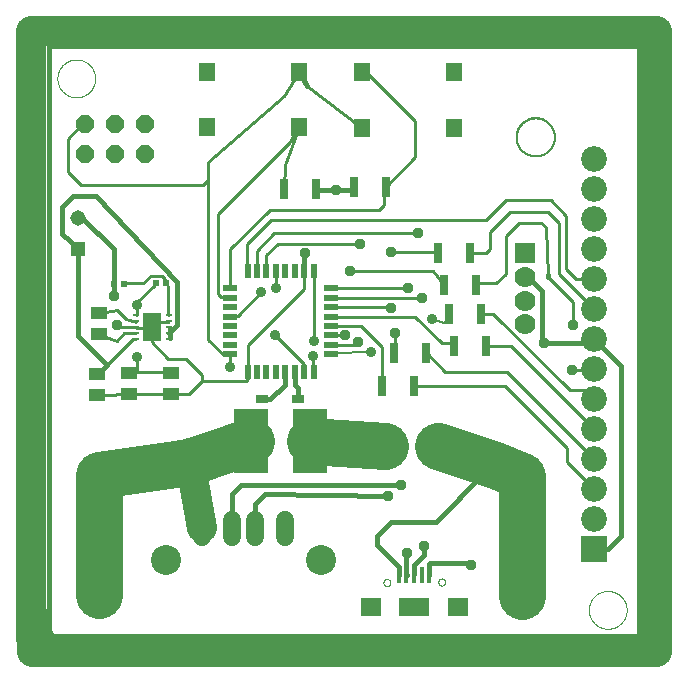
<source format=gtl>
G75*
%MOIN*%
%OFA0B0*%
%FSLAX25Y25*%
%IPPOS*%
%LPD*%
%AMOC8*
5,1,8,0,0,1.08239X$1,22.5*
%
%ADD10C,0.01600*%
%ADD11C,0.00000*%
%ADD12C,0.10000*%
%ADD13R,0.05700X0.04400*%
%ADD14C,0.08600*%
%ADD15R,0.08600X0.08600*%
%ADD16C,0.00500*%
%ADD17R,0.07000X0.07000*%
%ADD18C,0.07000*%
%ADD19R,0.11811X0.07008*%
%ADD20R,0.05512X0.06299*%
%ADD21R,0.04331X0.02756*%
%ADD22R,0.11811X0.21260*%
%ADD23R,0.03150X0.07087*%
%ADD24R,0.02200X0.02400*%
%ADD25R,0.02362X0.00945*%
%ADD26R,0.06496X0.09449*%
%ADD27R,0.02200X0.05000*%
%ADD28R,0.05000X0.02200*%
%ADD29R,0.01575X0.05709*%
%ADD30R,0.07087X0.05906*%
%ADD31R,0.09843X0.05906*%
%ADD32C,0.05937*%
%ADD33C,0.10000*%
%ADD34OC8,0.06000*%
%ADD35R,0.07800X0.07800*%
%ADD36R,0.05150X0.05150*%
%ADD37C,0.05150*%
%ADD38C,0.01000*%
%ADD39C,0.03600*%
%ADD40OC8,0.03562*%
%ADD41C,0.00600*%
%ADD42C,0.03562*%
%ADD43C,0.15748*%
D10*
X0123337Y0016382D02*
X0123337Y0213232D01*
X0320187Y0213232D01*
X0320187Y0016382D01*
X0123337Y0016382D01*
X0184360Y0052287D02*
X0184360Y0063626D01*
X0187510Y0066776D01*
X0240659Y0066776D01*
X0236565Y0063114D02*
X0195384Y0063626D01*
X0192274Y0060516D01*
X0192274Y0052287D01*
X0184400Y0052287D02*
X0184360Y0052287D01*
X0232785Y0049846D02*
X0232785Y0046697D01*
X0240030Y0039453D01*
X0240030Y0036874D01*
X0242589Y0036874D02*
X0242589Y0043902D01*
X0242628Y0043941D01*
X0245187Y0040240D02*
X0245187Y0036953D01*
X0242628Y0036913D02*
X0242589Y0036874D01*
X0245187Y0040240D02*
X0248533Y0043547D01*
X0248533Y0046303D01*
X0250502Y0040791D02*
X0250266Y0040555D01*
X0250266Y0036874D01*
X0250502Y0040791D02*
X0263494Y0040791D01*
X0264281Y0040004D01*
X0252470Y0054571D02*
X0268219Y0070319D01*
X0269025Y0070319D01*
X0272117Y0073411D01*
X0252470Y0054571D02*
X0237510Y0054571D01*
X0232785Y0049846D01*
X0206604Y0095358D02*
X0206604Y0099256D01*
X0205620Y0100240D01*
X0205620Y0104206D01*
X0205384Y0104443D01*
X0202234Y0104443D02*
X0202077Y0104285D01*
X0202077Y0100240D01*
X0197195Y0095358D01*
X0194400Y0095358D01*
X0163691Y0115791D02*
X0163691Y0117268D01*
X0163415Y0117406D02*
X0166152Y0120142D01*
X0166152Y0134492D01*
X0139242Y0162976D01*
X0131368Y0162976D01*
X0127884Y0159295D01*
X0127884Y0150437D01*
X0133179Y0145811D01*
X0133179Y0145555D02*
X0133179Y0116283D01*
X0142776Y0106687D01*
X0140069Y0103980D01*
X0139596Y0103711D01*
X0163691Y0117760D02*
X0163691Y0119236D01*
X0144990Y0129768D02*
X0144990Y0133819D01*
X0144990Y0134000D02*
X0144990Y0145319D01*
X0134518Y0155791D01*
X0133179Y0155791D01*
X0189478Y0138400D02*
X0189636Y0138243D01*
X0208533Y0138243D02*
X0208533Y0143705D01*
X0208770Y0143941D01*
X0212077Y0165201D02*
X0212392Y0165319D01*
X0212077Y0165201D02*
X0219006Y0165201D01*
X0224518Y0165201D01*
X0225030Y0166106D01*
X0235148Y0165791D02*
X0235659Y0166106D01*
X0252746Y0144335D02*
X0253219Y0144217D01*
X0265463Y0133705D02*
X0265856Y0134098D01*
X0265856Y0133587D02*
X0265463Y0133705D01*
X0282195Y0136067D02*
X0283179Y0136067D01*
X0287904Y0131343D01*
X0287904Y0114413D01*
X0288297Y0114020D01*
X0301250Y0114020D01*
X0302746Y0115516D01*
X0305108Y0115516D01*
X0314281Y0106343D01*
X0314281Y0049846D01*
X0309951Y0045516D01*
X0305108Y0045516D01*
X0304557Y0104965D02*
X0305108Y0105516D01*
X0289872Y0136067D02*
X0289872Y0136894D01*
X0258140Y0114020D02*
X0258455Y0113114D01*
X0249439Y0110752D02*
X0249045Y0110752D01*
X0238691Y0111067D02*
X0238415Y0110752D01*
X0209478Y0199689D02*
X0206722Y0204492D01*
D11*
X0126250Y0202287D02*
X0126252Y0202445D01*
X0126258Y0202603D01*
X0126268Y0202761D01*
X0126282Y0202919D01*
X0126300Y0203076D01*
X0126321Y0203233D01*
X0126347Y0203389D01*
X0126377Y0203545D01*
X0126410Y0203700D01*
X0126448Y0203853D01*
X0126489Y0204006D01*
X0126534Y0204158D01*
X0126583Y0204309D01*
X0126636Y0204458D01*
X0126692Y0204606D01*
X0126752Y0204752D01*
X0126816Y0204897D01*
X0126884Y0205040D01*
X0126955Y0205182D01*
X0127029Y0205322D01*
X0127107Y0205459D01*
X0127189Y0205595D01*
X0127273Y0205729D01*
X0127362Y0205860D01*
X0127453Y0205989D01*
X0127548Y0206116D01*
X0127645Y0206241D01*
X0127746Y0206363D01*
X0127850Y0206482D01*
X0127957Y0206599D01*
X0128067Y0206713D01*
X0128180Y0206824D01*
X0128295Y0206933D01*
X0128413Y0207038D01*
X0128534Y0207140D01*
X0128657Y0207240D01*
X0128783Y0207336D01*
X0128911Y0207429D01*
X0129041Y0207519D01*
X0129174Y0207605D01*
X0129309Y0207689D01*
X0129445Y0207768D01*
X0129584Y0207845D01*
X0129725Y0207917D01*
X0129867Y0207987D01*
X0130011Y0208052D01*
X0130157Y0208114D01*
X0130304Y0208172D01*
X0130453Y0208227D01*
X0130603Y0208278D01*
X0130754Y0208325D01*
X0130906Y0208368D01*
X0131059Y0208407D01*
X0131214Y0208443D01*
X0131369Y0208474D01*
X0131525Y0208502D01*
X0131681Y0208526D01*
X0131838Y0208546D01*
X0131996Y0208562D01*
X0132153Y0208574D01*
X0132312Y0208582D01*
X0132470Y0208586D01*
X0132628Y0208586D01*
X0132786Y0208582D01*
X0132945Y0208574D01*
X0133102Y0208562D01*
X0133260Y0208546D01*
X0133417Y0208526D01*
X0133573Y0208502D01*
X0133729Y0208474D01*
X0133884Y0208443D01*
X0134039Y0208407D01*
X0134192Y0208368D01*
X0134344Y0208325D01*
X0134495Y0208278D01*
X0134645Y0208227D01*
X0134794Y0208172D01*
X0134941Y0208114D01*
X0135087Y0208052D01*
X0135231Y0207987D01*
X0135373Y0207917D01*
X0135514Y0207845D01*
X0135653Y0207768D01*
X0135789Y0207689D01*
X0135924Y0207605D01*
X0136057Y0207519D01*
X0136187Y0207429D01*
X0136315Y0207336D01*
X0136441Y0207240D01*
X0136564Y0207140D01*
X0136685Y0207038D01*
X0136803Y0206933D01*
X0136918Y0206824D01*
X0137031Y0206713D01*
X0137141Y0206599D01*
X0137248Y0206482D01*
X0137352Y0206363D01*
X0137453Y0206241D01*
X0137550Y0206116D01*
X0137645Y0205989D01*
X0137736Y0205860D01*
X0137825Y0205729D01*
X0137909Y0205595D01*
X0137991Y0205459D01*
X0138069Y0205322D01*
X0138143Y0205182D01*
X0138214Y0205040D01*
X0138282Y0204897D01*
X0138346Y0204752D01*
X0138406Y0204606D01*
X0138462Y0204458D01*
X0138515Y0204309D01*
X0138564Y0204158D01*
X0138609Y0204006D01*
X0138650Y0203853D01*
X0138688Y0203700D01*
X0138721Y0203545D01*
X0138751Y0203389D01*
X0138777Y0203233D01*
X0138798Y0203076D01*
X0138816Y0202919D01*
X0138830Y0202761D01*
X0138840Y0202603D01*
X0138846Y0202445D01*
X0138848Y0202287D01*
X0138846Y0202129D01*
X0138840Y0201971D01*
X0138830Y0201813D01*
X0138816Y0201655D01*
X0138798Y0201498D01*
X0138777Y0201341D01*
X0138751Y0201185D01*
X0138721Y0201029D01*
X0138688Y0200874D01*
X0138650Y0200721D01*
X0138609Y0200568D01*
X0138564Y0200416D01*
X0138515Y0200265D01*
X0138462Y0200116D01*
X0138406Y0199968D01*
X0138346Y0199822D01*
X0138282Y0199677D01*
X0138214Y0199534D01*
X0138143Y0199392D01*
X0138069Y0199252D01*
X0137991Y0199115D01*
X0137909Y0198979D01*
X0137825Y0198845D01*
X0137736Y0198714D01*
X0137645Y0198585D01*
X0137550Y0198458D01*
X0137453Y0198333D01*
X0137352Y0198211D01*
X0137248Y0198092D01*
X0137141Y0197975D01*
X0137031Y0197861D01*
X0136918Y0197750D01*
X0136803Y0197641D01*
X0136685Y0197536D01*
X0136564Y0197434D01*
X0136441Y0197334D01*
X0136315Y0197238D01*
X0136187Y0197145D01*
X0136057Y0197055D01*
X0135924Y0196969D01*
X0135789Y0196885D01*
X0135653Y0196806D01*
X0135514Y0196729D01*
X0135373Y0196657D01*
X0135231Y0196587D01*
X0135087Y0196522D01*
X0134941Y0196460D01*
X0134794Y0196402D01*
X0134645Y0196347D01*
X0134495Y0196296D01*
X0134344Y0196249D01*
X0134192Y0196206D01*
X0134039Y0196167D01*
X0133884Y0196131D01*
X0133729Y0196100D01*
X0133573Y0196072D01*
X0133417Y0196048D01*
X0133260Y0196028D01*
X0133102Y0196012D01*
X0132945Y0196000D01*
X0132786Y0195992D01*
X0132628Y0195988D01*
X0132470Y0195988D01*
X0132312Y0195992D01*
X0132153Y0196000D01*
X0131996Y0196012D01*
X0131838Y0196028D01*
X0131681Y0196048D01*
X0131525Y0196072D01*
X0131369Y0196100D01*
X0131214Y0196131D01*
X0131059Y0196167D01*
X0130906Y0196206D01*
X0130754Y0196249D01*
X0130603Y0196296D01*
X0130453Y0196347D01*
X0130304Y0196402D01*
X0130157Y0196460D01*
X0130011Y0196522D01*
X0129867Y0196587D01*
X0129725Y0196657D01*
X0129584Y0196729D01*
X0129445Y0196806D01*
X0129309Y0196885D01*
X0129174Y0196969D01*
X0129041Y0197055D01*
X0128911Y0197145D01*
X0128783Y0197238D01*
X0128657Y0197334D01*
X0128534Y0197434D01*
X0128413Y0197536D01*
X0128295Y0197641D01*
X0128180Y0197750D01*
X0128067Y0197861D01*
X0127957Y0197975D01*
X0127850Y0198092D01*
X0127746Y0198211D01*
X0127645Y0198333D01*
X0127548Y0198458D01*
X0127453Y0198585D01*
X0127362Y0198714D01*
X0127273Y0198845D01*
X0127189Y0198979D01*
X0127107Y0199115D01*
X0127029Y0199252D01*
X0126955Y0199392D01*
X0126884Y0199534D01*
X0126816Y0199677D01*
X0126752Y0199822D01*
X0126692Y0199968D01*
X0126636Y0200116D01*
X0126583Y0200265D01*
X0126534Y0200416D01*
X0126489Y0200568D01*
X0126448Y0200721D01*
X0126410Y0200874D01*
X0126377Y0201029D01*
X0126347Y0201185D01*
X0126321Y0201341D01*
X0126300Y0201498D01*
X0126282Y0201655D01*
X0126268Y0201813D01*
X0126258Y0201971D01*
X0126252Y0202129D01*
X0126250Y0202287D01*
X0279360Y0182642D02*
X0279362Y0182800D01*
X0279368Y0182958D01*
X0279378Y0183116D01*
X0279392Y0183274D01*
X0279410Y0183431D01*
X0279431Y0183588D01*
X0279457Y0183744D01*
X0279487Y0183900D01*
X0279520Y0184055D01*
X0279558Y0184208D01*
X0279599Y0184361D01*
X0279644Y0184513D01*
X0279693Y0184664D01*
X0279746Y0184813D01*
X0279802Y0184961D01*
X0279862Y0185107D01*
X0279926Y0185252D01*
X0279994Y0185395D01*
X0280065Y0185537D01*
X0280139Y0185677D01*
X0280217Y0185814D01*
X0280299Y0185950D01*
X0280383Y0186084D01*
X0280472Y0186215D01*
X0280563Y0186344D01*
X0280658Y0186471D01*
X0280755Y0186596D01*
X0280856Y0186718D01*
X0280960Y0186837D01*
X0281067Y0186954D01*
X0281177Y0187068D01*
X0281290Y0187179D01*
X0281405Y0187288D01*
X0281523Y0187393D01*
X0281644Y0187495D01*
X0281767Y0187595D01*
X0281893Y0187691D01*
X0282021Y0187784D01*
X0282151Y0187874D01*
X0282284Y0187960D01*
X0282419Y0188044D01*
X0282555Y0188123D01*
X0282694Y0188200D01*
X0282835Y0188272D01*
X0282977Y0188342D01*
X0283121Y0188407D01*
X0283267Y0188469D01*
X0283414Y0188527D01*
X0283563Y0188582D01*
X0283713Y0188633D01*
X0283864Y0188680D01*
X0284016Y0188723D01*
X0284169Y0188762D01*
X0284324Y0188798D01*
X0284479Y0188829D01*
X0284635Y0188857D01*
X0284791Y0188881D01*
X0284948Y0188901D01*
X0285106Y0188917D01*
X0285263Y0188929D01*
X0285422Y0188937D01*
X0285580Y0188941D01*
X0285738Y0188941D01*
X0285896Y0188937D01*
X0286055Y0188929D01*
X0286212Y0188917D01*
X0286370Y0188901D01*
X0286527Y0188881D01*
X0286683Y0188857D01*
X0286839Y0188829D01*
X0286994Y0188798D01*
X0287149Y0188762D01*
X0287302Y0188723D01*
X0287454Y0188680D01*
X0287605Y0188633D01*
X0287755Y0188582D01*
X0287904Y0188527D01*
X0288051Y0188469D01*
X0288197Y0188407D01*
X0288341Y0188342D01*
X0288483Y0188272D01*
X0288624Y0188200D01*
X0288763Y0188123D01*
X0288899Y0188044D01*
X0289034Y0187960D01*
X0289167Y0187874D01*
X0289297Y0187784D01*
X0289425Y0187691D01*
X0289551Y0187595D01*
X0289674Y0187495D01*
X0289795Y0187393D01*
X0289913Y0187288D01*
X0290028Y0187179D01*
X0290141Y0187068D01*
X0290251Y0186954D01*
X0290358Y0186837D01*
X0290462Y0186718D01*
X0290563Y0186596D01*
X0290660Y0186471D01*
X0290755Y0186344D01*
X0290846Y0186215D01*
X0290935Y0186084D01*
X0291019Y0185950D01*
X0291101Y0185814D01*
X0291179Y0185677D01*
X0291253Y0185537D01*
X0291324Y0185395D01*
X0291392Y0185252D01*
X0291456Y0185107D01*
X0291516Y0184961D01*
X0291572Y0184813D01*
X0291625Y0184664D01*
X0291674Y0184513D01*
X0291719Y0184361D01*
X0291760Y0184208D01*
X0291798Y0184055D01*
X0291831Y0183900D01*
X0291861Y0183744D01*
X0291887Y0183588D01*
X0291908Y0183431D01*
X0291926Y0183274D01*
X0291940Y0183116D01*
X0291950Y0182958D01*
X0291956Y0182800D01*
X0291958Y0182642D01*
X0291956Y0182484D01*
X0291950Y0182326D01*
X0291940Y0182168D01*
X0291926Y0182010D01*
X0291908Y0181853D01*
X0291887Y0181696D01*
X0291861Y0181540D01*
X0291831Y0181384D01*
X0291798Y0181229D01*
X0291760Y0181076D01*
X0291719Y0180923D01*
X0291674Y0180771D01*
X0291625Y0180620D01*
X0291572Y0180471D01*
X0291516Y0180323D01*
X0291456Y0180177D01*
X0291392Y0180032D01*
X0291324Y0179889D01*
X0291253Y0179747D01*
X0291179Y0179607D01*
X0291101Y0179470D01*
X0291019Y0179334D01*
X0290935Y0179200D01*
X0290846Y0179069D01*
X0290755Y0178940D01*
X0290660Y0178813D01*
X0290563Y0178688D01*
X0290462Y0178566D01*
X0290358Y0178447D01*
X0290251Y0178330D01*
X0290141Y0178216D01*
X0290028Y0178105D01*
X0289913Y0177996D01*
X0289795Y0177891D01*
X0289674Y0177789D01*
X0289551Y0177689D01*
X0289425Y0177593D01*
X0289297Y0177500D01*
X0289167Y0177410D01*
X0289034Y0177324D01*
X0288899Y0177240D01*
X0288763Y0177161D01*
X0288624Y0177084D01*
X0288483Y0177012D01*
X0288341Y0176942D01*
X0288197Y0176877D01*
X0288051Y0176815D01*
X0287904Y0176757D01*
X0287755Y0176702D01*
X0287605Y0176651D01*
X0287454Y0176604D01*
X0287302Y0176561D01*
X0287149Y0176522D01*
X0286994Y0176486D01*
X0286839Y0176455D01*
X0286683Y0176427D01*
X0286527Y0176403D01*
X0286370Y0176383D01*
X0286212Y0176367D01*
X0286055Y0176355D01*
X0285896Y0176347D01*
X0285738Y0176343D01*
X0285580Y0176343D01*
X0285422Y0176347D01*
X0285263Y0176355D01*
X0285106Y0176367D01*
X0284948Y0176383D01*
X0284791Y0176403D01*
X0284635Y0176427D01*
X0284479Y0176455D01*
X0284324Y0176486D01*
X0284169Y0176522D01*
X0284016Y0176561D01*
X0283864Y0176604D01*
X0283713Y0176651D01*
X0283563Y0176702D01*
X0283414Y0176757D01*
X0283267Y0176815D01*
X0283121Y0176877D01*
X0282977Y0176942D01*
X0282835Y0177012D01*
X0282694Y0177084D01*
X0282555Y0177161D01*
X0282419Y0177240D01*
X0282284Y0177324D01*
X0282151Y0177410D01*
X0282021Y0177500D01*
X0281893Y0177593D01*
X0281767Y0177689D01*
X0281644Y0177789D01*
X0281523Y0177891D01*
X0281405Y0177996D01*
X0281290Y0178105D01*
X0281177Y0178216D01*
X0281067Y0178330D01*
X0280960Y0178447D01*
X0280856Y0178566D01*
X0280755Y0178688D01*
X0280658Y0178813D01*
X0280563Y0178940D01*
X0280472Y0179069D01*
X0280383Y0179200D01*
X0280299Y0179334D01*
X0280217Y0179470D01*
X0280139Y0179607D01*
X0280065Y0179747D01*
X0279994Y0179889D01*
X0279926Y0180032D01*
X0279862Y0180177D01*
X0279802Y0180323D01*
X0279746Y0180471D01*
X0279693Y0180620D01*
X0279644Y0180771D01*
X0279599Y0180923D01*
X0279558Y0181076D01*
X0279520Y0181229D01*
X0279487Y0181384D01*
X0279457Y0181540D01*
X0279431Y0181696D01*
X0279410Y0181853D01*
X0279392Y0182010D01*
X0279378Y0182168D01*
X0279368Y0182326D01*
X0279362Y0182484D01*
X0279360Y0182642D01*
X0253219Y0034413D02*
X0253221Y0034482D01*
X0253227Y0034550D01*
X0253237Y0034618D01*
X0253251Y0034685D01*
X0253269Y0034752D01*
X0253290Y0034817D01*
X0253316Y0034881D01*
X0253345Y0034943D01*
X0253377Y0035003D01*
X0253413Y0035062D01*
X0253453Y0035118D01*
X0253495Y0035172D01*
X0253541Y0035223D01*
X0253590Y0035272D01*
X0253641Y0035318D01*
X0253695Y0035360D01*
X0253751Y0035400D01*
X0253809Y0035436D01*
X0253870Y0035468D01*
X0253932Y0035497D01*
X0253996Y0035523D01*
X0254061Y0035544D01*
X0254128Y0035562D01*
X0254195Y0035576D01*
X0254263Y0035586D01*
X0254331Y0035592D01*
X0254400Y0035594D01*
X0254469Y0035592D01*
X0254537Y0035586D01*
X0254605Y0035576D01*
X0254672Y0035562D01*
X0254739Y0035544D01*
X0254804Y0035523D01*
X0254868Y0035497D01*
X0254930Y0035468D01*
X0254990Y0035436D01*
X0255049Y0035400D01*
X0255105Y0035360D01*
X0255159Y0035318D01*
X0255210Y0035272D01*
X0255259Y0035223D01*
X0255305Y0035172D01*
X0255347Y0035118D01*
X0255387Y0035062D01*
X0255423Y0035003D01*
X0255455Y0034943D01*
X0255484Y0034881D01*
X0255510Y0034817D01*
X0255531Y0034752D01*
X0255549Y0034685D01*
X0255563Y0034618D01*
X0255573Y0034550D01*
X0255579Y0034482D01*
X0255581Y0034413D01*
X0255579Y0034344D01*
X0255573Y0034276D01*
X0255563Y0034208D01*
X0255549Y0034141D01*
X0255531Y0034074D01*
X0255510Y0034009D01*
X0255484Y0033945D01*
X0255455Y0033883D01*
X0255423Y0033822D01*
X0255387Y0033764D01*
X0255347Y0033708D01*
X0255305Y0033654D01*
X0255259Y0033603D01*
X0255210Y0033554D01*
X0255159Y0033508D01*
X0255105Y0033466D01*
X0255049Y0033426D01*
X0254991Y0033390D01*
X0254930Y0033358D01*
X0254868Y0033329D01*
X0254804Y0033303D01*
X0254739Y0033282D01*
X0254672Y0033264D01*
X0254605Y0033250D01*
X0254537Y0033240D01*
X0254469Y0033234D01*
X0254400Y0033232D01*
X0254331Y0033234D01*
X0254263Y0033240D01*
X0254195Y0033250D01*
X0254128Y0033264D01*
X0254061Y0033282D01*
X0253996Y0033303D01*
X0253932Y0033329D01*
X0253870Y0033358D01*
X0253809Y0033390D01*
X0253751Y0033426D01*
X0253695Y0033466D01*
X0253641Y0033508D01*
X0253590Y0033554D01*
X0253541Y0033603D01*
X0253495Y0033654D01*
X0253453Y0033708D01*
X0253413Y0033764D01*
X0253377Y0033822D01*
X0253345Y0033883D01*
X0253316Y0033945D01*
X0253290Y0034009D01*
X0253269Y0034074D01*
X0253251Y0034141D01*
X0253237Y0034208D01*
X0253227Y0034276D01*
X0253221Y0034344D01*
X0253219Y0034413D01*
X0234912Y0034217D02*
X0234914Y0034286D01*
X0234920Y0034354D01*
X0234930Y0034422D01*
X0234944Y0034489D01*
X0234962Y0034556D01*
X0234983Y0034621D01*
X0235009Y0034685D01*
X0235038Y0034747D01*
X0235070Y0034807D01*
X0235106Y0034866D01*
X0235146Y0034922D01*
X0235188Y0034976D01*
X0235234Y0035027D01*
X0235283Y0035076D01*
X0235334Y0035122D01*
X0235388Y0035164D01*
X0235444Y0035204D01*
X0235502Y0035240D01*
X0235563Y0035272D01*
X0235625Y0035301D01*
X0235689Y0035327D01*
X0235754Y0035348D01*
X0235821Y0035366D01*
X0235888Y0035380D01*
X0235956Y0035390D01*
X0236024Y0035396D01*
X0236093Y0035398D01*
X0236162Y0035396D01*
X0236230Y0035390D01*
X0236298Y0035380D01*
X0236365Y0035366D01*
X0236432Y0035348D01*
X0236497Y0035327D01*
X0236561Y0035301D01*
X0236623Y0035272D01*
X0236683Y0035240D01*
X0236742Y0035204D01*
X0236798Y0035164D01*
X0236852Y0035122D01*
X0236903Y0035076D01*
X0236952Y0035027D01*
X0236998Y0034976D01*
X0237040Y0034922D01*
X0237080Y0034866D01*
X0237116Y0034807D01*
X0237148Y0034747D01*
X0237177Y0034685D01*
X0237203Y0034621D01*
X0237224Y0034556D01*
X0237242Y0034489D01*
X0237256Y0034422D01*
X0237266Y0034354D01*
X0237272Y0034286D01*
X0237274Y0034217D01*
X0237272Y0034148D01*
X0237266Y0034080D01*
X0237256Y0034012D01*
X0237242Y0033945D01*
X0237224Y0033878D01*
X0237203Y0033813D01*
X0237177Y0033749D01*
X0237148Y0033687D01*
X0237116Y0033626D01*
X0237080Y0033568D01*
X0237040Y0033512D01*
X0236998Y0033458D01*
X0236952Y0033407D01*
X0236903Y0033358D01*
X0236852Y0033312D01*
X0236798Y0033270D01*
X0236742Y0033230D01*
X0236684Y0033194D01*
X0236623Y0033162D01*
X0236561Y0033133D01*
X0236497Y0033107D01*
X0236432Y0033086D01*
X0236365Y0033068D01*
X0236298Y0033054D01*
X0236230Y0033044D01*
X0236162Y0033038D01*
X0236093Y0033036D01*
X0236024Y0033038D01*
X0235956Y0033044D01*
X0235888Y0033054D01*
X0235821Y0033068D01*
X0235754Y0033086D01*
X0235689Y0033107D01*
X0235625Y0033133D01*
X0235563Y0033162D01*
X0235502Y0033194D01*
X0235444Y0033230D01*
X0235388Y0033270D01*
X0235334Y0033312D01*
X0235283Y0033358D01*
X0235234Y0033407D01*
X0235188Y0033458D01*
X0235146Y0033512D01*
X0235106Y0033568D01*
X0235070Y0033626D01*
X0235038Y0033687D01*
X0235009Y0033749D01*
X0234983Y0033813D01*
X0234962Y0033878D01*
X0234944Y0033945D01*
X0234930Y0034012D01*
X0234920Y0034080D01*
X0234914Y0034148D01*
X0234912Y0034217D01*
X0303416Y0025122D02*
X0303418Y0025280D01*
X0303424Y0025438D01*
X0303434Y0025596D01*
X0303448Y0025754D01*
X0303466Y0025911D01*
X0303487Y0026068D01*
X0303513Y0026224D01*
X0303543Y0026380D01*
X0303576Y0026535D01*
X0303614Y0026688D01*
X0303655Y0026841D01*
X0303700Y0026993D01*
X0303749Y0027144D01*
X0303802Y0027293D01*
X0303858Y0027441D01*
X0303918Y0027587D01*
X0303982Y0027732D01*
X0304050Y0027875D01*
X0304121Y0028017D01*
X0304195Y0028157D01*
X0304273Y0028294D01*
X0304355Y0028430D01*
X0304439Y0028564D01*
X0304528Y0028695D01*
X0304619Y0028824D01*
X0304714Y0028951D01*
X0304811Y0029076D01*
X0304912Y0029198D01*
X0305016Y0029317D01*
X0305123Y0029434D01*
X0305233Y0029548D01*
X0305346Y0029659D01*
X0305461Y0029768D01*
X0305579Y0029873D01*
X0305700Y0029975D01*
X0305823Y0030075D01*
X0305949Y0030171D01*
X0306077Y0030264D01*
X0306207Y0030354D01*
X0306340Y0030440D01*
X0306475Y0030524D01*
X0306611Y0030603D01*
X0306750Y0030680D01*
X0306891Y0030752D01*
X0307033Y0030822D01*
X0307177Y0030887D01*
X0307323Y0030949D01*
X0307470Y0031007D01*
X0307619Y0031062D01*
X0307769Y0031113D01*
X0307920Y0031160D01*
X0308072Y0031203D01*
X0308225Y0031242D01*
X0308380Y0031278D01*
X0308535Y0031309D01*
X0308691Y0031337D01*
X0308847Y0031361D01*
X0309004Y0031381D01*
X0309162Y0031397D01*
X0309319Y0031409D01*
X0309478Y0031417D01*
X0309636Y0031421D01*
X0309794Y0031421D01*
X0309952Y0031417D01*
X0310111Y0031409D01*
X0310268Y0031397D01*
X0310426Y0031381D01*
X0310583Y0031361D01*
X0310739Y0031337D01*
X0310895Y0031309D01*
X0311050Y0031278D01*
X0311205Y0031242D01*
X0311358Y0031203D01*
X0311510Y0031160D01*
X0311661Y0031113D01*
X0311811Y0031062D01*
X0311960Y0031007D01*
X0312107Y0030949D01*
X0312253Y0030887D01*
X0312397Y0030822D01*
X0312539Y0030752D01*
X0312680Y0030680D01*
X0312819Y0030603D01*
X0312955Y0030524D01*
X0313090Y0030440D01*
X0313223Y0030354D01*
X0313353Y0030264D01*
X0313481Y0030171D01*
X0313607Y0030075D01*
X0313730Y0029975D01*
X0313851Y0029873D01*
X0313969Y0029768D01*
X0314084Y0029659D01*
X0314197Y0029548D01*
X0314307Y0029434D01*
X0314414Y0029317D01*
X0314518Y0029198D01*
X0314619Y0029076D01*
X0314716Y0028951D01*
X0314811Y0028824D01*
X0314902Y0028695D01*
X0314991Y0028564D01*
X0315075Y0028430D01*
X0315157Y0028294D01*
X0315235Y0028157D01*
X0315309Y0028017D01*
X0315380Y0027875D01*
X0315448Y0027732D01*
X0315512Y0027587D01*
X0315572Y0027441D01*
X0315628Y0027293D01*
X0315681Y0027144D01*
X0315730Y0026993D01*
X0315775Y0026841D01*
X0315816Y0026688D01*
X0315854Y0026535D01*
X0315887Y0026380D01*
X0315917Y0026224D01*
X0315943Y0026068D01*
X0315964Y0025911D01*
X0315982Y0025754D01*
X0315996Y0025596D01*
X0316006Y0025438D01*
X0316012Y0025280D01*
X0316014Y0025122D01*
X0316012Y0024964D01*
X0316006Y0024806D01*
X0315996Y0024648D01*
X0315982Y0024490D01*
X0315964Y0024333D01*
X0315943Y0024176D01*
X0315917Y0024020D01*
X0315887Y0023864D01*
X0315854Y0023709D01*
X0315816Y0023556D01*
X0315775Y0023403D01*
X0315730Y0023251D01*
X0315681Y0023100D01*
X0315628Y0022951D01*
X0315572Y0022803D01*
X0315512Y0022657D01*
X0315448Y0022512D01*
X0315380Y0022369D01*
X0315309Y0022227D01*
X0315235Y0022087D01*
X0315157Y0021950D01*
X0315075Y0021814D01*
X0314991Y0021680D01*
X0314902Y0021549D01*
X0314811Y0021420D01*
X0314716Y0021293D01*
X0314619Y0021168D01*
X0314518Y0021046D01*
X0314414Y0020927D01*
X0314307Y0020810D01*
X0314197Y0020696D01*
X0314084Y0020585D01*
X0313969Y0020476D01*
X0313851Y0020371D01*
X0313730Y0020269D01*
X0313607Y0020169D01*
X0313481Y0020073D01*
X0313353Y0019980D01*
X0313223Y0019890D01*
X0313090Y0019804D01*
X0312955Y0019720D01*
X0312819Y0019641D01*
X0312680Y0019564D01*
X0312539Y0019492D01*
X0312397Y0019422D01*
X0312253Y0019357D01*
X0312107Y0019295D01*
X0311960Y0019237D01*
X0311811Y0019182D01*
X0311661Y0019131D01*
X0311510Y0019084D01*
X0311358Y0019041D01*
X0311205Y0019002D01*
X0311050Y0018966D01*
X0310895Y0018935D01*
X0310739Y0018907D01*
X0310583Y0018883D01*
X0310426Y0018863D01*
X0310268Y0018847D01*
X0310111Y0018835D01*
X0309952Y0018827D01*
X0309794Y0018823D01*
X0309636Y0018823D01*
X0309478Y0018827D01*
X0309319Y0018835D01*
X0309162Y0018847D01*
X0309004Y0018863D01*
X0308847Y0018883D01*
X0308691Y0018907D01*
X0308535Y0018935D01*
X0308380Y0018966D01*
X0308225Y0019002D01*
X0308072Y0019041D01*
X0307920Y0019084D01*
X0307769Y0019131D01*
X0307619Y0019182D01*
X0307470Y0019237D01*
X0307323Y0019295D01*
X0307177Y0019357D01*
X0307033Y0019422D01*
X0306891Y0019492D01*
X0306750Y0019564D01*
X0306611Y0019641D01*
X0306475Y0019720D01*
X0306340Y0019804D01*
X0306207Y0019890D01*
X0306077Y0019980D01*
X0305949Y0020073D01*
X0305823Y0020169D01*
X0305700Y0020269D01*
X0305579Y0020371D01*
X0305461Y0020476D01*
X0305346Y0020585D01*
X0305233Y0020696D01*
X0305123Y0020810D01*
X0305016Y0020927D01*
X0304912Y0021046D01*
X0304811Y0021168D01*
X0304714Y0021293D01*
X0304619Y0021420D01*
X0304528Y0021549D01*
X0304439Y0021680D01*
X0304355Y0021814D01*
X0304273Y0021950D01*
X0304195Y0022087D01*
X0304121Y0022227D01*
X0304050Y0022369D01*
X0303982Y0022512D01*
X0303918Y0022657D01*
X0303858Y0022803D01*
X0303802Y0022951D01*
X0303749Y0023100D01*
X0303700Y0023251D01*
X0303655Y0023403D01*
X0303614Y0023556D01*
X0303576Y0023709D01*
X0303543Y0023864D01*
X0303513Y0024020D01*
X0303487Y0024176D01*
X0303466Y0024333D01*
X0303448Y0024490D01*
X0303434Y0024648D01*
X0303424Y0024806D01*
X0303418Y0024964D01*
X0303416Y0025122D01*
D12*
X0117943Y0024492D02*
X0117943Y0011185D01*
X0326053Y0011185D01*
X0326053Y0218193D01*
X0117589Y0218193D01*
X0117589Y0015280D01*
X0120305Y0015280D01*
X0174557Y0052287D02*
X0170501Y0074626D01*
D13*
X0164006Y0097084D03*
X0164006Y0104184D03*
X0150226Y0104105D03*
X0150226Y0097005D03*
X0139596Y0096611D03*
X0139596Y0103711D03*
X0140148Y0116926D03*
X0140148Y0124026D03*
D14*
X0305108Y0125516D03*
X0305108Y0135516D03*
X0305108Y0145516D03*
X0305108Y0155516D03*
X0305108Y0165516D03*
X0305108Y0175516D03*
X0305108Y0115516D03*
X0305108Y0105516D03*
X0305108Y0095516D03*
X0305108Y0085516D03*
X0305108Y0075516D03*
X0305108Y0065516D03*
X0305108Y0055516D03*
D15*
X0305108Y0045516D03*
D16*
X0279308Y0182720D02*
X0279310Y0182879D01*
X0279316Y0183039D01*
X0279326Y0183198D01*
X0279340Y0183356D01*
X0279358Y0183515D01*
X0279379Y0183673D01*
X0279405Y0183830D01*
X0279435Y0183986D01*
X0279468Y0184142D01*
X0279506Y0184297D01*
X0279547Y0184451D01*
X0279592Y0184604D01*
X0279641Y0184755D01*
X0279693Y0184906D01*
X0279750Y0185055D01*
X0279810Y0185202D01*
X0279874Y0185349D01*
X0279941Y0185493D01*
X0280012Y0185636D01*
X0280086Y0185777D01*
X0280164Y0185916D01*
X0280246Y0186052D01*
X0280330Y0186187D01*
X0280419Y0186320D01*
X0280510Y0186451D01*
X0280605Y0186579D01*
X0280702Y0186705D01*
X0280803Y0186828D01*
X0280907Y0186949D01*
X0281014Y0187067D01*
X0281124Y0187182D01*
X0281237Y0187295D01*
X0281352Y0187405D01*
X0281470Y0187512D01*
X0281591Y0187616D01*
X0281714Y0187717D01*
X0281840Y0187814D01*
X0281968Y0187909D01*
X0282099Y0188000D01*
X0282232Y0188089D01*
X0282367Y0188173D01*
X0282504Y0188255D01*
X0282642Y0188333D01*
X0282783Y0188407D01*
X0282926Y0188478D01*
X0283070Y0188545D01*
X0283217Y0188609D01*
X0283364Y0188669D01*
X0283513Y0188726D01*
X0283664Y0188778D01*
X0283815Y0188827D01*
X0283968Y0188872D01*
X0284122Y0188913D01*
X0284277Y0188951D01*
X0284433Y0188984D01*
X0284589Y0189014D01*
X0284746Y0189040D01*
X0284904Y0189061D01*
X0285063Y0189079D01*
X0285221Y0189093D01*
X0285380Y0189103D01*
X0285540Y0189109D01*
X0285699Y0189111D01*
X0285858Y0189109D01*
X0286018Y0189103D01*
X0286177Y0189093D01*
X0286335Y0189079D01*
X0286494Y0189061D01*
X0286652Y0189040D01*
X0286809Y0189014D01*
X0286965Y0188984D01*
X0287121Y0188951D01*
X0287276Y0188913D01*
X0287430Y0188872D01*
X0287583Y0188827D01*
X0287734Y0188778D01*
X0287885Y0188726D01*
X0288034Y0188669D01*
X0288181Y0188609D01*
X0288328Y0188545D01*
X0288472Y0188478D01*
X0288615Y0188407D01*
X0288756Y0188333D01*
X0288895Y0188255D01*
X0289031Y0188173D01*
X0289166Y0188089D01*
X0289299Y0188000D01*
X0289430Y0187909D01*
X0289558Y0187814D01*
X0289684Y0187717D01*
X0289807Y0187616D01*
X0289928Y0187512D01*
X0290046Y0187405D01*
X0290161Y0187295D01*
X0290274Y0187182D01*
X0290384Y0187067D01*
X0290491Y0186949D01*
X0290595Y0186828D01*
X0290696Y0186705D01*
X0290793Y0186579D01*
X0290888Y0186451D01*
X0290979Y0186320D01*
X0291068Y0186187D01*
X0291152Y0186052D01*
X0291234Y0185915D01*
X0291312Y0185777D01*
X0291386Y0185636D01*
X0291457Y0185493D01*
X0291524Y0185349D01*
X0291588Y0185202D01*
X0291648Y0185055D01*
X0291705Y0184906D01*
X0291757Y0184755D01*
X0291806Y0184604D01*
X0291851Y0184451D01*
X0291892Y0184297D01*
X0291930Y0184142D01*
X0291963Y0183986D01*
X0291993Y0183830D01*
X0292019Y0183673D01*
X0292040Y0183515D01*
X0292058Y0183356D01*
X0292072Y0183198D01*
X0292082Y0183039D01*
X0292088Y0182879D01*
X0292090Y0182720D01*
X0292088Y0182561D01*
X0292082Y0182401D01*
X0292072Y0182242D01*
X0292058Y0182084D01*
X0292040Y0181925D01*
X0292019Y0181767D01*
X0291993Y0181610D01*
X0291963Y0181454D01*
X0291930Y0181298D01*
X0291892Y0181143D01*
X0291851Y0180989D01*
X0291806Y0180836D01*
X0291757Y0180685D01*
X0291705Y0180534D01*
X0291648Y0180385D01*
X0291588Y0180238D01*
X0291524Y0180091D01*
X0291457Y0179947D01*
X0291386Y0179804D01*
X0291312Y0179663D01*
X0291234Y0179524D01*
X0291152Y0179388D01*
X0291068Y0179253D01*
X0290979Y0179120D01*
X0290888Y0178989D01*
X0290793Y0178861D01*
X0290696Y0178735D01*
X0290595Y0178612D01*
X0290491Y0178491D01*
X0290384Y0178373D01*
X0290274Y0178258D01*
X0290161Y0178145D01*
X0290046Y0178035D01*
X0289928Y0177928D01*
X0289807Y0177824D01*
X0289684Y0177723D01*
X0289558Y0177626D01*
X0289430Y0177531D01*
X0289299Y0177440D01*
X0289166Y0177351D01*
X0289031Y0177267D01*
X0288894Y0177185D01*
X0288756Y0177107D01*
X0288615Y0177033D01*
X0288472Y0176962D01*
X0288328Y0176895D01*
X0288181Y0176831D01*
X0288034Y0176771D01*
X0287885Y0176714D01*
X0287734Y0176662D01*
X0287583Y0176613D01*
X0287430Y0176568D01*
X0287276Y0176527D01*
X0287121Y0176489D01*
X0286965Y0176456D01*
X0286809Y0176426D01*
X0286652Y0176400D01*
X0286494Y0176379D01*
X0286335Y0176361D01*
X0286177Y0176347D01*
X0286018Y0176337D01*
X0285858Y0176331D01*
X0285699Y0176329D01*
X0285540Y0176331D01*
X0285380Y0176337D01*
X0285221Y0176347D01*
X0285063Y0176361D01*
X0284904Y0176379D01*
X0284746Y0176400D01*
X0284589Y0176426D01*
X0284433Y0176456D01*
X0284277Y0176489D01*
X0284122Y0176527D01*
X0283968Y0176568D01*
X0283815Y0176613D01*
X0283664Y0176662D01*
X0283513Y0176714D01*
X0283364Y0176771D01*
X0283217Y0176831D01*
X0283070Y0176895D01*
X0282926Y0176962D01*
X0282783Y0177033D01*
X0282642Y0177107D01*
X0282503Y0177185D01*
X0282367Y0177267D01*
X0282232Y0177351D01*
X0282099Y0177440D01*
X0281968Y0177531D01*
X0281840Y0177626D01*
X0281714Y0177723D01*
X0281591Y0177824D01*
X0281470Y0177928D01*
X0281352Y0178035D01*
X0281237Y0178145D01*
X0281124Y0178258D01*
X0281014Y0178373D01*
X0280907Y0178491D01*
X0280803Y0178612D01*
X0280702Y0178735D01*
X0280605Y0178861D01*
X0280510Y0178989D01*
X0280419Y0179120D01*
X0280330Y0179253D01*
X0280246Y0179388D01*
X0280164Y0179525D01*
X0280086Y0179663D01*
X0280012Y0179804D01*
X0279941Y0179947D01*
X0279874Y0180091D01*
X0279810Y0180238D01*
X0279750Y0180385D01*
X0279693Y0180534D01*
X0279641Y0180685D01*
X0279592Y0180836D01*
X0279547Y0180989D01*
X0279506Y0181143D01*
X0279468Y0181298D01*
X0279435Y0181454D01*
X0279405Y0181610D01*
X0279379Y0181767D01*
X0279358Y0181925D01*
X0279340Y0182084D01*
X0279326Y0182242D01*
X0279316Y0182401D01*
X0279310Y0182561D01*
X0279308Y0182720D01*
D17*
X0282195Y0143941D03*
D18*
X0282195Y0136067D03*
X0282195Y0128193D03*
X0282195Y0120319D03*
D19*
X0253100Y0079728D03*
X0235384Y0079807D03*
D20*
X0227667Y0185831D03*
X0206722Y0185949D03*
X0206722Y0204492D03*
X0227667Y0204374D03*
X0258376Y0204374D03*
X0258376Y0185831D03*
X0176014Y0185949D03*
X0176014Y0204492D03*
D21*
X0194400Y0095358D03*
X0206604Y0095358D03*
D22*
X0210344Y0081343D03*
X0190659Y0081343D03*
D23*
X0234439Y0099807D03*
X0245069Y0099807D03*
X0249045Y0110752D03*
X0258455Y0113114D03*
X0269085Y0113114D03*
X0267470Y0123744D03*
X0256841Y0123744D03*
X0255226Y0133587D03*
X0265856Y0133587D03*
X0263848Y0144217D03*
X0253219Y0144217D03*
X0235659Y0166106D03*
X0225030Y0166106D03*
X0212392Y0165319D03*
X0201762Y0165319D03*
X0238415Y0110752D03*
D24*
X0162467Y0133941D03*
X0159167Y0133941D03*
X0148333Y0133862D03*
X0145033Y0133862D03*
D25*
X0152392Y0123311D03*
X0152392Y0121343D03*
X0152392Y0119374D03*
X0152392Y0117406D03*
X0152392Y0115437D03*
X0163415Y0115437D03*
X0163415Y0117406D03*
X0163415Y0119374D03*
X0163415Y0121343D03*
X0163415Y0123311D03*
D26*
X0157904Y0119374D03*
D27*
X0189636Y0104443D03*
X0192785Y0104443D03*
X0195935Y0104443D03*
X0199085Y0104443D03*
X0202234Y0104443D03*
X0205384Y0104443D03*
X0208533Y0104443D03*
X0211683Y0104443D03*
X0211683Y0138243D03*
X0208533Y0138243D03*
X0205384Y0138243D03*
X0202234Y0138243D03*
X0199085Y0138243D03*
X0195935Y0138243D03*
X0192785Y0138243D03*
X0189636Y0138243D03*
D28*
X0183759Y0132366D03*
X0183759Y0129217D03*
X0183759Y0126067D03*
X0183759Y0122917D03*
X0183759Y0119768D03*
X0183759Y0116618D03*
X0183759Y0113469D03*
X0183759Y0110319D03*
X0217559Y0110319D03*
X0217559Y0113469D03*
X0217559Y0116618D03*
X0217559Y0119768D03*
X0217559Y0122917D03*
X0217559Y0126067D03*
X0217559Y0129217D03*
X0217559Y0132366D03*
D29*
X0240030Y0036874D03*
X0242589Y0036874D03*
X0245148Y0036874D03*
X0247707Y0036874D03*
X0250266Y0036874D03*
D30*
X0259656Y0026146D03*
X0230640Y0026146D03*
D31*
X0245148Y0026146D03*
D32*
X0202116Y0049319D02*
X0202116Y0055256D01*
X0192274Y0055256D02*
X0192274Y0049319D01*
X0184400Y0049319D02*
X0184400Y0055256D01*
X0174557Y0055256D02*
X0174557Y0049319D01*
D33*
X0162470Y0041618D03*
X0214203Y0041618D03*
D34*
X0155541Y0177091D03*
X0145541Y0177091D03*
X0135541Y0177091D03*
X0135541Y0187091D03*
X0145541Y0187091D03*
X0155541Y0187091D03*
D35*
X0140069Y0070240D03*
X0140069Y0030240D03*
X0281211Y0029846D03*
X0281211Y0069846D03*
D36*
X0133179Y0145555D03*
D37*
X0133179Y0155791D03*
D38*
X0133967Y0166776D02*
X0174813Y0166776D01*
X0176388Y0168350D01*
X0176388Y0115004D01*
X0181407Y0110378D01*
X0183376Y0110378D01*
X0183759Y0110319D01*
X0183868Y0109886D01*
X0183868Y0105949D01*
X0189636Y0104443D02*
X0189774Y0103980D01*
X0189774Y0102012D01*
X0189281Y0101520D01*
X0174518Y0101520D01*
X0174518Y0103488D01*
X0169104Y0108902D01*
X0163199Y0108902D01*
X0157785Y0114315D01*
X0157785Y0118252D01*
X0157904Y0119374D01*
X0157785Y0119728D01*
X0157785Y0121205D01*
X0163199Y0121205D01*
X0163415Y0121343D01*
X0163415Y0123311D02*
X0163199Y0123665D01*
X0163199Y0133016D01*
X0162707Y0133508D01*
X0162467Y0133941D01*
X0162215Y0134000D01*
X0162215Y0135476D01*
X0161230Y0136461D01*
X0157293Y0136461D01*
X0154833Y0134000D01*
X0148435Y0134000D01*
X0148333Y0133862D01*
X0145033Y0133862D02*
X0144990Y0133819D01*
X0145033Y0133862D02*
X0144990Y0134000D01*
X0152864Y0127602D02*
X0158770Y0133508D01*
X0159167Y0133941D01*
X0152864Y0127602D02*
X0152864Y0126618D01*
X0152864Y0123665D01*
X0152392Y0123311D01*
X0152392Y0121343D02*
X0152372Y0121205D01*
X0149124Y0121992D01*
X0146171Y0124945D01*
X0140561Y0124157D01*
X0140148Y0124026D01*
X0146171Y0119925D02*
X0145935Y0119374D01*
X0152392Y0119374D01*
X0152864Y0119236D01*
X0157293Y0119236D01*
X0157785Y0118744D01*
X0158278Y0119236D01*
X0157904Y0119374D01*
X0163415Y0119374D02*
X0163691Y0119236D01*
X0163691Y0117760D02*
X0163415Y0117406D01*
X0163691Y0117268D01*
X0163691Y0115791D02*
X0163415Y0115437D01*
X0152864Y0109394D02*
X0152864Y0104965D01*
X0150226Y0104105D01*
X0150404Y0104472D01*
X0163691Y0104472D01*
X0164006Y0104184D01*
X0164183Y0097091D02*
X0164006Y0097084D01*
X0163691Y0097091D01*
X0150404Y0097091D01*
X0150226Y0097005D01*
X0149911Y0097091D01*
X0145974Y0097091D01*
X0145482Y0096598D01*
X0140069Y0096598D01*
X0139596Y0096611D01*
X0142776Y0106687D02*
X0151388Y0115299D01*
X0152372Y0115299D01*
X0152392Y0115437D01*
X0152372Y0117268D02*
X0148435Y0117268D01*
X0145974Y0114807D01*
X0140561Y0116776D01*
X0140148Y0116926D01*
X0152372Y0117268D02*
X0152392Y0117406D01*
X0170089Y0097091D02*
X0174518Y0101520D01*
X0170089Y0097091D02*
X0164183Y0097091D01*
X0189636Y0104443D02*
X0189774Y0104472D01*
X0189774Y0113331D01*
X0208474Y0132031D01*
X0208474Y0137445D01*
X0208533Y0138243D01*
X0211683Y0138243D02*
X0211919Y0137937D01*
X0211919Y0114807D01*
X0211427Y0109886D02*
X0211427Y0104472D01*
X0211683Y0104443D01*
X0208533Y0104443D02*
X0208474Y0104472D01*
X0208474Y0106933D01*
X0198632Y0116776D01*
X0186329Y0123173D02*
X0194203Y0131047D01*
X0199124Y0132524D02*
X0199124Y0137937D01*
X0199085Y0138243D01*
X0195935Y0138243D02*
X0195935Y0143311D01*
X0199715Y0147091D01*
X0227274Y0147091D01*
X0237510Y0144335D02*
X0252746Y0144335D01*
X0246565Y0150634D02*
X0198533Y0150634D01*
X0192785Y0144886D01*
X0192785Y0138243D01*
X0189478Y0138400D02*
X0189478Y0147091D01*
X0197352Y0154965D01*
X0269006Y0154965D01*
X0275699Y0161657D01*
X0290659Y0161657D01*
X0295778Y0156539D01*
X0295778Y0138823D01*
X0299085Y0135516D01*
X0305108Y0135516D01*
X0305108Y0125516D02*
X0293415Y0137209D01*
X0293415Y0154177D01*
X0289872Y0157720D01*
X0277274Y0157720D01*
X0270581Y0151028D01*
X0270581Y0145516D01*
X0269281Y0144217D01*
X0263848Y0144217D01*
X0275699Y0149846D02*
X0275699Y0137248D01*
X0272549Y0134098D01*
X0265856Y0134098D01*
X0267470Y0123744D02*
X0271486Y0123744D01*
X0296959Y0098272D01*
X0302352Y0098272D01*
X0305108Y0095516D01*
X0304557Y0104965D02*
X0297746Y0104965D01*
X0298140Y0119925D02*
X0298140Y0127799D01*
X0289872Y0136067D01*
X0289872Y0136894D02*
X0289085Y0152602D01*
X0287510Y0154177D01*
X0280030Y0154177D01*
X0275699Y0149846D01*
X0255226Y0133587D02*
X0251368Y0138035D01*
X0223730Y0138035D01*
X0217559Y0132366D02*
X0238533Y0132366D01*
X0243022Y0132524D01*
X0243652Y0129217D02*
X0247746Y0128980D01*
X0243652Y0129217D02*
X0217559Y0129217D01*
X0217559Y0126067D02*
X0237274Y0126067D01*
X0237510Y0125831D01*
X0245541Y0122917D02*
X0254439Y0114020D01*
X0258140Y0114020D01*
X0249439Y0110752D02*
X0255620Y0104571D01*
X0276053Y0104571D01*
X0305108Y0075516D01*
X0296171Y0074453D02*
X0296171Y0078980D01*
X0275344Y0099807D01*
X0245069Y0099807D01*
X0234439Y0099807D02*
X0234360Y0100476D01*
X0234360Y0112839D01*
X0227431Y0119768D01*
X0217559Y0119768D01*
X0217559Y0122917D02*
X0245541Y0122917D01*
X0238691Y0117563D02*
X0238691Y0111067D01*
X0226486Y0114413D02*
X0225305Y0113469D01*
X0217559Y0113469D01*
X0217559Y0116618D02*
X0221998Y0116618D01*
X0222156Y0116776D01*
X0186329Y0123173D02*
X0183868Y0123173D01*
X0183759Y0122917D01*
X0183759Y0129217D02*
X0183376Y0129571D01*
X0180915Y0129571D01*
X0179931Y0130555D01*
X0179931Y0157130D01*
X0203553Y0180752D01*
X0206722Y0185949D01*
X0202156Y0173547D01*
X0201762Y0165319D01*
X0196959Y0158508D02*
X0233573Y0158508D01*
X0235148Y0160083D01*
X0235148Y0165791D01*
X0235659Y0166106D02*
X0245384Y0176028D01*
X0245384Y0188035D01*
X0229478Y0203941D01*
X0227667Y0204374D01*
X0227667Y0185831D02*
X0209478Y0199689D01*
X0206722Y0204492D02*
X0201762Y0196382D01*
X0176388Y0174551D01*
X0176388Y0168350D01*
X0196959Y0158508D02*
X0183759Y0145309D01*
X0183759Y0132366D01*
X0133967Y0166776D02*
X0129636Y0171106D01*
X0129636Y0182130D01*
X0134596Y0187091D01*
X0135541Y0187091D01*
X0269085Y0113114D02*
X0277510Y0113114D01*
X0305108Y0085516D01*
X0296171Y0074453D02*
X0305108Y0065516D01*
X0245187Y0036953D02*
X0245148Y0036874D01*
X0142530Y0026717D02*
X0140069Y0030240D01*
D39*
X0183868Y0105949D03*
X0198632Y0116776D03*
X0211919Y0114807D03*
X0211427Y0109886D03*
X0194203Y0131047D03*
X0199124Y0132524D03*
X0152864Y0126618D03*
X0152864Y0109394D03*
D40*
X0146171Y0119925D03*
X0144990Y0129768D03*
X0208770Y0143941D03*
X0223730Y0138035D03*
X0227274Y0147091D03*
X0237510Y0144335D03*
X0246565Y0150634D03*
X0243022Y0132524D03*
X0247746Y0128980D03*
X0237510Y0125831D03*
X0238691Y0117563D03*
X0226486Y0114413D03*
X0222156Y0116776D03*
X0288297Y0114020D03*
X0298140Y0119925D03*
X0297746Y0104965D03*
X0240659Y0066776D03*
X0236565Y0063114D03*
X0248533Y0046303D03*
X0242628Y0043941D03*
X0264281Y0040004D03*
X0219006Y0165201D03*
D41*
X0256841Y0123744D02*
X0257195Y0122681D01*
X0255226Y0120713D01*
X0251171Y0121933D01*
X0230896Y0110949D02*
X0217825Y0110870D01*
X0217559Y0110319D01*
D42*
X0230896Y0110949D03*
X0251171Y0121933D03*
D43*
X0235384Y0079807D02*
X0210344Y0081343D01*
X0190659Y0081343D02*
X0170272Y0074569D01*
X0170501Y0074626D01*
X0170272Y0074569D02*
X0140069Y0070240D01*
X0140069Y0030240D01*
X0253100Y0079728D02*
X0272117Y0073411D01*
X0281211Y0069846D01*
X0281211Y0029846D01*
M02*

</source>
